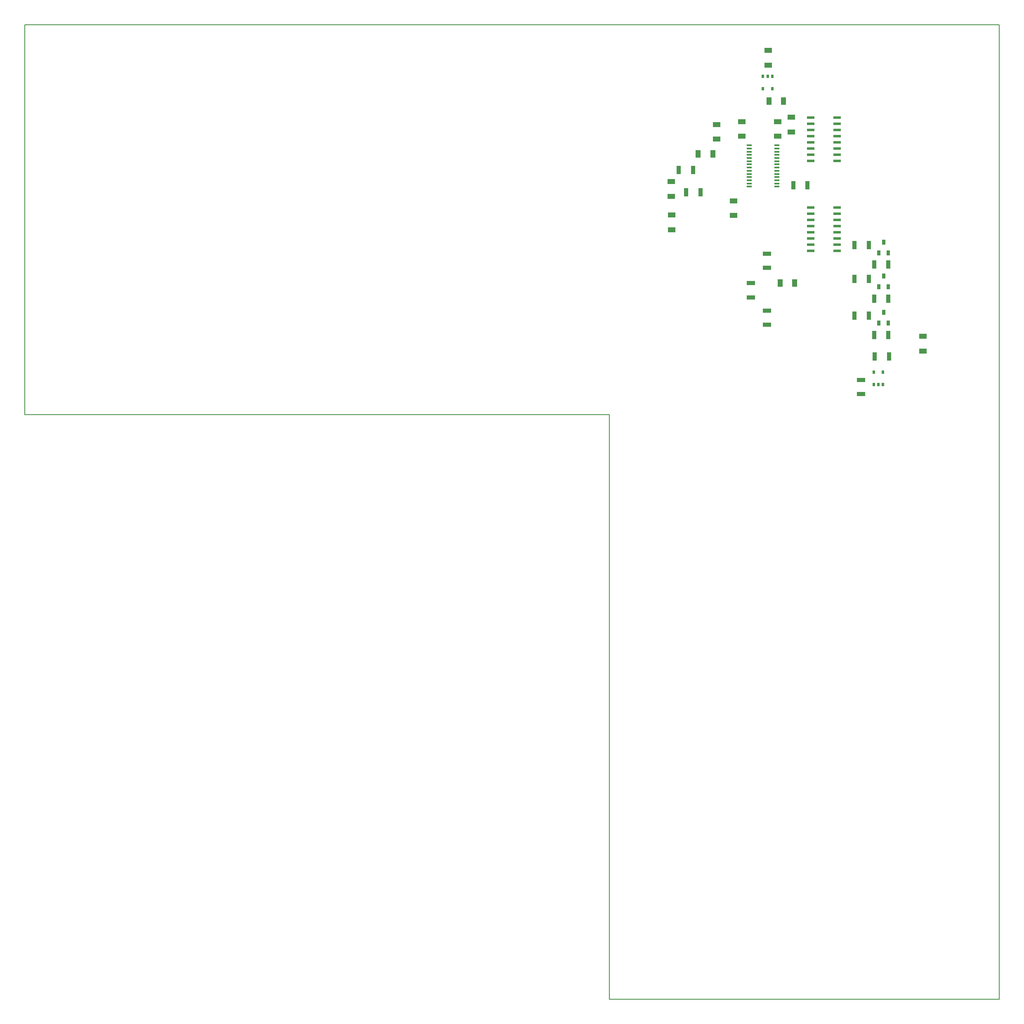
<source format=gbr>
G04 #@! TF.FileFunction,Paste,Top*
%FSLAX46Y46*%
G04 Gerber Fmt 4.6, Leading zero omitted, Abs format (unit mm)*
G04 Created by KiCad (PCBNEW (2015-01-19 BZR 5380)-product) date Thu 19 Feb 2015 00:57:00 CET*
%MOMM*%
G01*
G04 APERTURE LIST*
%ADD10C,0.020000*%
%ADD11C,0.150000*%
%ADD12R,1.600000X1.000000*%
%ADD13R,1.000000X1.600000*%
%ADD14R,1.700000X0.900000*%
%ADD15R,0.900000X1.700000*%
%ADD16R,0.800100X1.000760*%
%ADD17R,1.100000X0.400000*%
%ADD18R,1.500000X0.600000*%
%ADD19R,0.508000X0.762000*%
G04 APERTURE END LIST*
D10*
D11*
X227000000Y-28000000D02*
X27000000Y-28000000D01*
X227000000Y-228000000D02*
X227000000Y-28000000D01*
X147000000Y-228000000D02*
X227000000Y-228000000D01*
X147000000Y-108000000D02*
X147000000Y-228000000D01*
X27000000Y-108000000D02*
X147000000Y-108000000D01*
X27000000Y-28000000D02*
X27000000Y-108000000D01*
D12*
X159766000Y-70080000D03*
X159766000Y-67080000D03*
X159639000Y-63222000D03*
X159639000Y-60222000D03*
X174117000Y-47903000D03*
X174117000Y-50903000D03*
D13*
X168206000Y-54500000D03*
X165206000Y-54500000D03*
D12*
X172466000Y-67159000D03*
X172466000Y-64159000D03*
X169000000Y-51500000D03*
X169000000Y-48500000D03*
X181483000Y-47903000D03*
X181483000Y-50903000D03*
X184277000Y-50014000D03*
X184277000Y-47014000D03*
D13*
X182000000Y-81000000D03*
X185000000Y-81000000D03*
D12*
X179578000Y-33298000D03*
X179578000Y-36298000D03*
D13*
X182729000Y-43688000D03*
X179729000Y-43688000D03*
D14*
X198628000Y-103812000D03*
X198628000Y-100912000D03*
D15*
X204351000Y-96077000D03*
X201451000Y-96077000D03*
D12*
X211328000Y-94972000D03*
X211328000Y-91972000D03*
D16*
X203246000Y-87070180D03*
X204198500Y-89269820D03*
X202293500Y-89269820D03*
X203246000Y-72599180D03*
X204198500Y-74798820D03*
X202293500Y-74798820D03*
X203246000Y-79599180D03*
X204198500Y-81798820D03*
X202293500Y-81798820D03*
D15*
X164137000Y-57785000D03*
X161237000Y-57785000D03*
X165661000Y-62357000D03*
X162761000Y-62357000D03*
X187632000Y-60960000D03*
X184732000Y-60960000D03*
D14*
X179324000Y-77904000D03*
X179324000Y-75004000D03*
X179324000Y-89588000D03*
X179324000Y-86688000D03*
X176000000Y-83950000D03*
X176000000Y-81050000D03*
D15*
X200196000Y-87670000D03*
X197296000Y-87670000D03*
X204196000Y-91670000D03*
X201296000Y-91670000D03*
X200196000Y-73199000D03*
X197296000Y-73199000D03*
X204196000Y-77199000D03*
X201296000Y-77199000D03*
X200196000Y-80199000D03*
X197296000Y-80199000D03*
X204196000Y-84199000D03*
X201296000Y-84199000D03*
D17*
X175650000Y-52775000D03*
X175650000Y-53425000D03*
X175650000Y-54075000D03*
X175650000Y-54725000D03*
X175650000Y-55375000D03*
X175650000Y-56025000D03*
X175650000Y-56675000D03*
X175650000Y-57325000D03*
X175650000Y-57975000D03*
X175650000Y-58625000D03*
X175650000Y-59275000D03*
X175650000Y-59925000D03*
X175650000Y-60575000D03*
X175650000Y-61225000D03*
X181350000Y-61225000D03*
X181350000Y-60575000D03*
X181350000Y-59925000D03*
X181350000Y-59275000D03*
X181350000Y-58625000D03*
X181350000Y-57975000D03*
X181350000Y-57325000D03*
X181350000Y-56675000D03*
X181350000Y-56025000D03*
X181350000Y-55375000D03*
X181350000Y-54725000D03*
X181350000Y-54075000D03*
X181350000Y-53425000D03*
X181350000Y-52775000D03*
D18*
X193700000Y-74445000D03*
X193700000Y-73175000D03*
X193700000Y-71905000D03*
X193700000Y-70635000D03*
X193700000Y-69365000D03*
X193700000Y-68095000D03*
X193700000Y-66825000D03*
X193700000Y-65555000D03*
X188300000Y-65555000D03*
X188300000Y-66825000D03*
X188300000Y-68095000D03*
X188300000Y-69365000D03*
X188300000Y-70635000D03*
X188300000Y-71905000D03*
X188300000Y-73175000D03*
X188300000Y-74445000D03*
X193700000Y-55945000D03*
X193700000Y-54675000D03*
X193700000Y-53405000D03*
X193700000Y-52135000D03*
X193700000Y-50865000D03*
X193700000Y-49595000D03*
X193700000Y-48325000D03*
X193700000Y-47055000D03*
X188300000Y-47055000D03*
X188300000Y-48325000D03*
X188300000Y-49595000D03*
X188300000Y-50865000D03*
X188300000Y-52135000D03*
X188300000Y-53405000D03*
X188300000Y-54675000D03*
X188300000Y-55945000D03*
D19*
X180403500Y-38608000D03*
X178498500Y-38608000D03*
X180403500Y-41148000D03*
X179451000Y-38608000D03*
X178498500Y-41148000D03*
X201231500Y-101854000D03*
X203136500Y-101854000D03*
X201231500Y-99314000D03*
X202184000Y-101854000D03*
X203136500Y-99314000D03*
M02*

</source>
